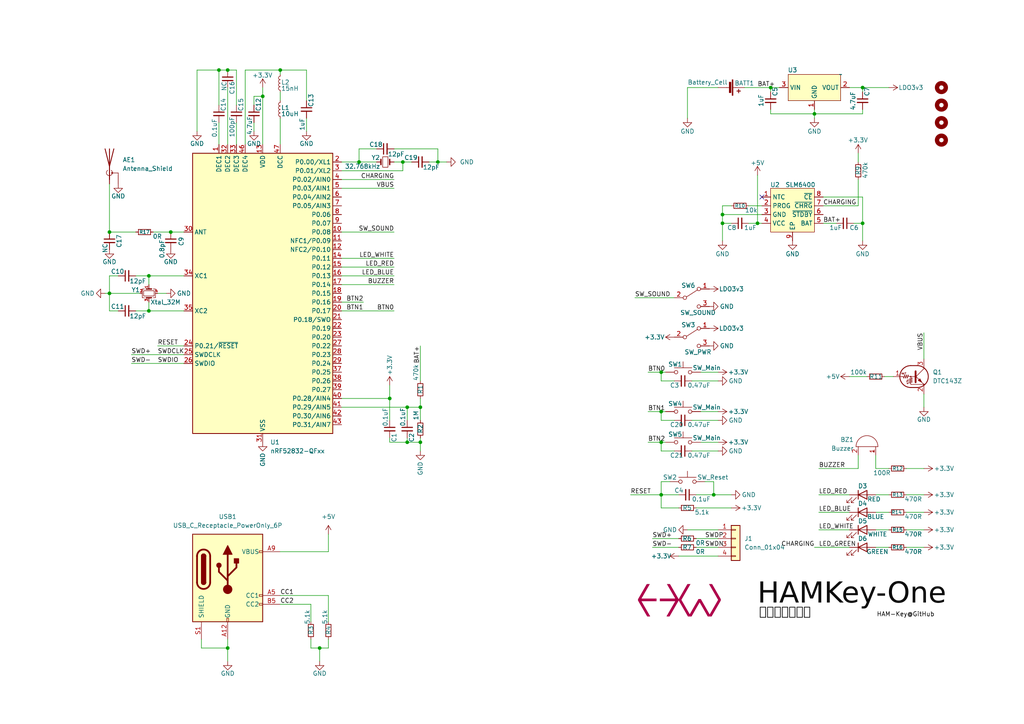
<source format=kicad_sch>
(kicad_sch (version 20231120) (generator "eeschema") (generator_version "8.0")
  (paper "A4")
  (lib_symbols
    (symbol "Connector:USB_C_Receptacle_PowerOnly_6P" (pin_names (offset 1.016))
      (property "Reference" "J" (at 0 16.51 0))
      (property "Value" "USB_C_Receptacle_PowerOnly_6P" (at 0 13.97 0))
      (symbol "USB_C_Receptacle_PowerOnly_6P_1_1"
        (pin passive line (at 0 -17.78 90) (length 5.08) (name "GND") (number "A12"))
        (pin bidirectional line (at 15.24 -5.08 180) (length 5.08) (name "CC1") (number "A5"))
        (pin passive line (at 15.24 7.62 180) (length 5.08) (name "VBUS") (number "A9"))
        (pin passive line (at 0 -17.78 90) (length 5.08) hide (name "GND") (number "B12"))
        (pin bidirectional line (at 15.24 -7.62 180) (length 5.08) (name "CC2") (number "B5"))
        (pin passive line (at 15.24 7.62 180) (length 5.08) hide (name "VBUS") (number "B9"))
        (pin passive line (at -7.62 -17.78 90) (length 5.08) (name "SHIELD") (number "S1"))
      )
    )
    (symbol "Connector_Generic:Conn_01x04" (pin_names (offset 1.016) hide)
      (property "Reference" "J" (at 0 5.08 0))
      (property "Value" "Conn_01x04" (at 0 -7.62 0))
      (symbol "Conn_01x04_1_1"
        (pin passive line (at -5.08 2.54 0) (length 3.81) (name "Pin_1") (number "1"))
        (pin passive line (at -5.08 0 0) (length 3.81) (name "Pin_2") (number "2"))
        (pin passive line (at -5.08 -2.54 0) (length 3.81) (name "Pin_3") (number "3"))
        (pin passive line (at -5.08 -5.08 0) (length 3.81) (name "Pin_4") (number "4"))
      )
    )
    (symbol "Device:Antenna_Shield" (pin_numbers hide) (pin_names (offset 1.016) hide)
      (property "Reference" "AE" (at -1.905 4.445 0))
      (property "Value" "Antenna_Shield" (at -1.905 2.54 0))
      (symbol "Antenna_Shield_1_1"
        (pin input line (at 0 -5.08 90) (length 2.54) (name "A") (number "1"))
        (pin input line (at 2.54 -5.08 90) (length 2.54) (name "Shield") (number "2"))
      )
    )
    (symbol "Device:Battery_Cell" (pin_numbers hide) (pin_names (offset 0) hide)
      (property "Reference" "BT" (at 2.54 2.54 0))
      (property "Value" "Battery_Cell" (at 2.54 0 0))
      (symbol "Battery_Cell_1_1"
        (pin passive line (at 0 5.08 270) (length 2.54) (name "+") (number "1"))
        (pin passive line (at 0 -2.54 90) (length 2.54) (name "-") (number "2"))
      )
    )
    (symbol "Device:Buzzer" (pin_names (offset 0.0254) hide)
      (property "Reference" "BZ" (at 3.81 1.27 0))
      (property "Value" "Buzzer" (at 3.81 -1.27 0))
      (symbol "Buzzer_1_1"
        (pin passive line (at -2.54 2.54 0) (length 2.54) (name "-") (number "1"))
        (pin passive line (at -2.54 -2.54 0) (length 2.54) (name "+") (number "2"))
      )
    )
    (symbol "Device:C_Small" (pin_numbers hide) (pin_names (offset 0.254) hide)
      (property "Reference" "C" (at 0.254 1.778 0))
      (property "Value" "C_Small" (at 0.254 -2.032 0))
      (symbol "C_Small_1_1"
        (pin passive line (at 0 2.54 270) (length 2.032) (name "~") (number "1"))
        (pin passive line (at 0 -2.54 90) (length 2.032) (name "~") (number "2"))
      )
    )
    (symbol "Device:Crystal_GND24_Small" (pin_names (offset 1.016) hide)
      (property "Reference" "Y" (at 1.27 4.445 0))
      (property "Value" "Crystal_GND24_Small" (at 1.27 2.54 0))
      (symbol "Crystal_GND24_Small_1_1"
        (pin passive line (at -2.54 0 0) (length 1.27) (name "1") (number "1"))
        (pin passive line (at 0 -2.54 90) (length 0.635) (name "2") (number "2"))
        (pin passive line (at 2.54 0 180) (length 1.27) (name "3") (number "3"))
        (pin passive line (at 0 2.54 270) (length 0.635) (name "4") (number "4"))
      )
    )
    (symbol "Device:Crystal_Small" (pin_numbers hide) (pin_names (offset 1.016) hide)
      (property "Reference" "Y" (at 0 2.54 0))
      (property "Value" "Crystal_Small" (at 0 -2.54 0))
      (symbol "Crystal_Small_1_1"
        (pin passive line (at -2.54 0 0) (length 1.27) (name "1") (number "1"))
        (pin passive line (at 2.54 0 180) (length 1.27) (name "2") (number "2"))
      )
    )
    (symbol "Device:LED" (pin_numbers hide) (pin_names (offset 1.016) hide)
      (property "Reference" "D" (at 0 2.54 0))
      (property "Value" "LED" (at 0 -2.54 0))
      (symbol "LED_1_1"
        (pin passive line (at -3.81 0 0) (length 2.54) (name "K") (number "1"))
        (pin passive line (at 3.81 0 180) (length 2.54) (name "A") (number "2"))
      )
    )
    (symbol "Device:L_Small" (pin_numbers hide) (pin_names (offset 0.254) hide)
      (property "Reference" "L" (at 0.762 1.016 0))
      (property "Value" "L_Small" (at 0.762 -1.016 0))
      (symbol "L_Small_1_1"
        (pin passive line (at 0 2.54 270) (length 0.508) (name "~") (number "1"))
        (pin passive line (at 0 -2.54 90) (length 0.508) (name "~") (number "2"))
      )
    )
    (symbol "Device:R_Small" (pin_numbers hide) (pin_names (offset 0.254) hide)
      (property "Reference" "R" (at 0.762 0.508 0))
      (property "Value" "R_Small" (at 0.762 -1.016 0))
      (symbol "R_Small_1_1"
        (pin passive line (at 0 2.54 270) (length 0.762) (name "~") (number "1"))
        (pin passive line (at 0 -2.54 90) (length 0.762) (name "~") (number "2"))
      )
    )
    (symbol "MCU_Nordic:nRF52832-QFxx"
      (property "Reference" "U" (at 0 1.27 0))
      (property "Value" "nRF52832-QFxx" (at 0 -1.27 0))
      (symbol "nRF52832-QFxx_1_1"
        (pin passive line (at -12.7 43.18 270) (length 2.54) (name "DEC1") (number "1"))
        (pin bidirectional line (at 22.86 17.78 180) (length 2.54) (name "P0.08") (number "10"))
        (pin bidirectional line (at 22.86 15.24 180) (length 2.54) (name "NFC1/P0.09") (number "11"))
        (pin bidirectional line (at 22.86 12.7 180) (length 2.54) (name "NFC2/P0.10") (number "12"))
        (pin power_in line (at 0 43.18 270) (length 2.54) (name "VDD") (number "13"))
        (pin bidirectional line (at 22.86 10.16 180) (length 2.54) (name "P0.11") (number "14"))
        (pin bidirectional line (at 22.86 7.62 180) (length 2.54) (name "P0.12") (number "15"))
        (pin bidirectional line (at 22.86 5.08 180) (length 2.54) (name "P0.13") (number "16"))
        (pin bidirectional line (at 22.86 2.54 180) (length 2.54) (name "P0.14") (number "17"))
        (pin bidirectional line (at 22.86 0 180) (length 2.54) (name "P0.15") (number "18"))
        (pin bidirectional line (at 22.86 -2.54 180) (length 2.54) (name "P0.16") (number "19"))
        (pin bidirectional line (at 22.86 38.1 180) (length 2.54) (name "P0.00/XL1") (number "2"))
        (pin bidirectional line (at 22.86 -5.08 180) (length 2.54) (name "P0.17") (number "20"))
        (pin bidirectional line (at 22.86 -7.62 180) (length 2.54) (name "P0.18/SWO") (number "21"))
        (pin bidirectional line (at 22.86 -10.16 180) (length 2.54) (name "P0.19") (number "22"))
        (pin bidirectional line (at 22.86 -12.7 180) (length 2.54) (name "P0.20") (number "23"))
        (pin bidirectional line (at -22.86 -15.24 0) (length 2.54) (name "P0.21/~{RESET}") (number "24"))
        (pin input line (at -22.86 -17.78 0) (length 2.54) (name "SWDCLK") (number "25"))
        (pin bidirectional line (at -22.86 -20.32 0) (length 2.54) (name "SWDIO") (number "26"))
        (pin bidirectional line (at 22.86 -15.24 180) (length 2.54) (name "P0.22") (number "27"))
        (pin bidirectional line (at 22.86 -17.78 180) (length 2.54) (name "P0.23") (number "28"))
        (pin bidirectional line (at 22.86 -20.32 180) (length 2.54) (name "P0.24") (number "29"))
        (pin bidirectional line (at 22.86 35.56 180) (length 2.54) (name "P0.01/XL2") (number "3"))
        (pin passive line (at -22.86 17.78 0) (length 2.54) (name "ANT") (number "30"))
        (pin power_in line (at 0 -43.18 90) (length 2.54) (name "VSS") (number "31"))
        (pin passive line (at -10.16 43.18 270) (length 2.54) (name "DEC2") (number "32"))
        (pin passive line (at -7.62 43.18 270) (length 2.54) (name "DEC3") (number "33"))
        (pin input line (at -22.86 5.08 0) (length 2.54) (name "XC1") (number "34"))
        (pin input line (at -22.86 -5.08 0) (length 2.54) (name "XC2") (number "35"))
        (pin passive line (at 0 43.18 270) (length 2.54) hide (name "VDD") (number "36"))
        (pin bidirectional line (at 22.86 -22.86 180) (length 2.54) (name "P0.25") (number "37"))
        (pin bidirectional line (at 22.86 -25.4 180) (length 2.54) (name "P0.26") (number "38"))
        (pin bidirectional line (at 22.86 -27.94 180) (length 2.54) (name "P0.27") (number "39"))
        (pin bidirectional line (at 22.86 33.02 180) (length 2.54) (name "P0.02/AIN0") (number "4"))
        (pin bidirectional line (at 22.86 -30.48 180) (length 2.54) (name "P0.28/AIN4") (number "40"))
        (pin bidirectional line (at 22.86 -33.02 180) (length 2.54) (name "P0.29/AIN5") (number "41"))
        (pin bidirectional line (at 22.86 -35.56 180) (length 2.54) (name "P0.30/AIN6") (number "42"))
        (pin bidirectional line (at 22.86 -38.1 180) (length 2.54) (name "P0.31/AIN7") (number "43"))
        (pin no_connect line (at -20.32 -30.48 0) (length 2.54) hide (name "NC") (number "44"))
        (pin passive line (at 0 -43.18 90) (length 2.54) hide (name "VSS") (number "45"))
        (pin passive line (at -5.08 43.18 270) (length 2.54) (name "DEC4") (number "46"))
        (pin power_out line (at 5.08 43.18 270) (length 2.54) (name "DCC") (number "47"))
        (pin passive line (at 0 43.18 270) (length 2.54) hide (name "VDD") (number "48"))
        (pin passive line (at 0 -43.18 90) (length 2.54) hide (name "VSS") (number "49"))
        (pin bidirectional line (at 22.86 30.48 180) (length 2.54) (name "P0.03/AIN1") (number "5"))
        (pin bidirectional line (at 22.86 27.94 180) (length 2.54) (name "P0.04/AIN2") (number "6"))
        (pin bidirectional line (at 22.86 25.4 180) (length 2.54) (name "P0.05/AIN3") (number "7"))
        (pin bidirectional line (at 22.86 22.86 180) (length 2.54) (name "P0.06") (number "8"))
        (pin bidirectional line (at 22.86 20.32 180) (length 2.54) (name "P0.07") (number "9"))
      )
    )
    (symbol "Mechanical:MountingHole" (pin_names (offset 1.016))
      (property "Reference" "H" (at 0 5.08 0))
      (property "Value" "MountingHole" (at 0 3.175 0))
    )
    (symbol "Switch:SW_Push" (pin_numbers hide) (pin_names (offset 1.016) hide)
      (property "Reference" "SW" (at 1.27 2.54 0))
      (property "Value" "SW_Push" (at 0 -1.524 0))
      (symbol "SW_Push_0_1"
        (pin passive line (at -5.08 0 0) (length 2.54) (name "1") (number "1"))
        (pin passive line (at 5.08 0 180) (length 2.54) (name "2") (number "2"))
      )
    )
    (symbol "Switch:SW_SPDT" (pin_names (offset 0) hide)
      (property "Reference" "SW" (at 0 4.318 0))
      (property "Value" "SW_SPDT" (at 0 -5.08 0))
      (symbol "SW_SPDT_1_1"
        (pin passive line (at 5.08 2.54 180) (length 2.54) (name "A") (number "1"))
        (pin passive line (at -5.08 0 0) (length 2.54) (name "B") (number "2"))
        (pin passive line (at 5.08 -2.54 180) (length 2.54) (name "C") (number "3"))
      )
    )
    (symbol "Transistor_BJT:DTC143Z" (pin_names (offset 0) hide)
      (property "Reference" "Q" (at 5.08 1.905 0))
      (property "Value" "DTC143Z" (at 5.08 0 0))
      (symbol "DTC143Z_0_0"
        (text "47k" (at -2.159 -1.524 900) (effects (font (size 0.508 0.508))))
        (text "4k7" (at -3.302 0.889 0) (effects (font (size 0.508 0.508))))
      )
      (symbol "DTC143Z_1_1"
        (pin input line (at -6.35 0 0) (length 2.54) (name "B") (number "1"))
        (pin passive line (at 2.54 -5.08 90) (length 2.54) (name "E") (number "2"))
        (pin passive line (at 2.54 5.08 270) (length 2.54) (name "C") (number "3"))
      )
    )
    (symbol "nigh_Library:SLM6400"
      (property "Reference" "U" (at 0.508 1.016 0))
      (property "Value" "SLM6400" (at 8.636 1.016 0))
      (symbol "SLM6400_1_1"
        (pin input line (at -2.54 -2.54 0) (length 2.54) (name "NTC") (number "1"))
        (pin input line (at -2.54 -5.08 0) (length 2.54) (name "PROG") (number "2"))
        (pin input line (at -2.54 -7.62 0) (length 2.54) (name "GND") (number "3"))
        (pin input line (at -2.54 -10.16 0) (length 2.54) (name "VCC") (number "4"))
        (pin input line (at 15.24 -10.16 180) (length 2.54) (name "BAT") (number "5"))
        (pin input line (at 15.24 -7.62 180) (length 2.54) (name "~{STDBY}") (number "6"))
        (pin input line (at 15.24 -5.08 180) (length 2.54) (name "~{CHRG}") (number "7"))
        (pin input line (at 15.24 -2.54 180) (length 2.54) (name "~{CE}") (number "8"))
        (pin input line (at 6.35 -15.24 90) (length 2.54) (name "EP") (number "9"))
      )
    )
    (symbol "nigh_Library:WL9100S3"
      (property "Reference" "U" (at 1.27 1.27 0))
      (symbol "WL9100S3_1_1"
        (pin power_out line (at 7.62 -10.16 90) (length 2.54) (name "GND") (number "1"))
        (pin output line (at -2.54 -3.81 0) (length 2.54) (name "VOUT") (number "2"))
        (pin input line (at 17.78 -3.81 180) (length 2.54) (name "VIN") (number "3"))
      )
    )
    (symbol "power:+3.3V" (power) (pin_names (offset 0))
      (property "Value" "+3.3V" (at 0 3.556 0))
      (symbol "+3.3V_1_1"
        (pin power_in line (at 0 0 90) (length 0) hide (name "+3.3V") (number "1"))
      )
    )
    (symbol "power:+5V" (power) (pin_names (offset 0))
      (property "Value" "+5V" (at 0 3.556 0))
      (symbol "+5V_1_1"
        (pin power_in line (at 0 0 90) (length 0) hide (name "+5V") (number "1"))
      )
    )
    (symbol "power:GND" (power) (pin_names (offset 0))
      (property "Value" "GND" (at 0 -3.81 0))
      (symbol "GND_1_1"
        (pin power_in line (at 0 0 270) (length 0) hide (name "GND") (number "1"))
      )
    )
  )
  (junction (at 66.04 20.32))
  (junction (at 49.53 67.31))
  (junction (at 250.19 25.4))
  (junction (at 92.71 187.96))
  (junction (at 66.04 187.96))
  (junction (at 191.77 143.51))
  (junction (at 127 46.99))
  (junction (at 43.18 80.01))
  (junction (at 116.84 46.99))
  (junction (at 223.52 25.4))
  (junction (at 219.71 64.77))
  (junction (at 191.77 128.27))
  (junction (at 209.55 64.77))
  (junction (at 63.5 20.32))
  (junction (at 81.28 20.32))
  (junction (at 121.92 118.11))
  (junction (at 207.01 143.51))
  (junction (at 191.77 119.38))
  (junction (at 43.18 90.17))
  (junction (at 121.92 128.27))
  (junction (at 191.77 107.95))
  (junction (at 31.75 67.31))
  (junction (at 209.55 62.23))
  (junction (at 118.11 118.11))
  (junction (at 76.2 27.94))
  (junction (at 104.14 46.99))
  (junction (at 118.11 128.27))
  (junction (at 236.22 33.02))
  (junction (at 113.03 115.57))
  (junction (at 31.75 85.09))
  (junction (at 250.19 64.77))
  (no_connect (at 220.98 57.15))
  (wire (pts (xy 238.76 64.77) (xy 242.57 64.77)))
  (wire (pts (xy 99.06 74.93) (xy 114.3 74.93)))
  (wire (pts (xy 34.29 90.17) (xy 31.75 90.17)))
  (wire (pts (xy 43.18 90.17) (xy 53.34 90.17)))
  (wire (pts (xy 127 43.18) (xy 127 46.99)))
  (wire (pts (xy 113.03 127) (xy 113.03 128.27)))
  (wire (pts (xy 104.14 46.99) (xy 109.22 46.99)))
  (wire (pts (xy 58.42 187.96) (xy 66.04 187.96)))
  (wire (pts (xy 223.52 33.02) (xy 236.22 33.02)))
  (wire (pts (xy 95.25 160.02) (xy 95.25 154.94)))
  (wire (pts (xy 191.77 139.7) (xy 191.77 143.51)))
  (wire (pts (xy 201.93 156.21) (xy 208.28 156.21)))
  (wire (pts (xy 63.5 20.32) (xy 57.15 20.32)))
  (wire (pts (xy 248.92 44.45) (xy 248.92 46.99)))
  (wire (pts (xy 203.2 119.38) (xy 208.28 119.38)))
  (wire (pts (xy 44.45 67.31) (xy 49.53 67.31)))
  (wire (pts (xy 248.92 132.08) (xy 248.92 135.89)))
  (wire (pts (xy 88.9 34.29) (xy 88.9 38.1)))
  (wire (pts (xy 238.76 57.15) (xy 250.19 57.15)))
  (wire (pts (xy 217.17 64.77) (xy 219.71 64.77)))
  (wire (pts (xy 66.04 185.42) (xy 66.04 187.96)))
  (wire (pts (xy 95.25 172.72) (xy 95.25 180.34)))
  (wire (pts (xy 191.77 121.92) (xy 195.58 121.92)))
  (wire (pts (xy 254 153.67) (xy 257.81 153.67)))
  (wire (pts (xy 209.55 64.77) (xy 212.09 64.77)))
  (wire (pts (xy 57.15 20.32) (xy 57.15 38.1)))
  (wire (pts (xy 113.03 128.27) (xy 118.11 128.27)))
  (wire (pts (xy 118.11 127) (xy 118.11 128.27)))
  (wire (pts (xy 81.28 20.32) (xy 81.28 21.59)))
  (wire (pts (xy 99.06 46.99) (xy 104.14 46.99)))
  (wire (pts (xy 191.77 107.95) (xy 193.04 107.95)))
  (wire (pts (xy 262.89 143.51) (xy 267.97 143.51)))
  (wire (pts (xy 184.15 86.36) (xy 195.58 86.36)))
  (wire (pts (xy 116.84 49.53) (xy 116.84 46.99)))
  (wire (pts (xy 121.92 115.57) (xy 121.92 118.11)))
  (wire (pts (xy 68.58 30.48) (xy 68.58 20.32)))
  (wire (pts (xy 58.42 185.42) (xy 58.42 187.96)))
  (wire (pts (xy 262.89 148.59) (xy 267.97 148.59)))
  (wire (pts (xy 200.66 121.92) (xy 208.28 121.92)))
  (wire (pts (xy 248.92 52.07) (xy 248.92 59.69)))
  (wire (pts (xy 43.18 80.01) (xy 43.18 82.55)))
  (wire (pts (xy 38.1 102.87) (xy 53.34 102.87)))
  (wire (pts (xy 68.58 20.32) (xy 66.04 20.32)))
  (wire (pts (xy 31.75 90.17) (xy 31.75 85.09)))
  (wire (pts (xy 114.3 43.18) (xy 127 43.18)))
  (wire (pts (xy 90.17 187.96) (xy 92.71 187.96)))
  (wire (pts (xy 90.17 185.42) (xy 90.17 187.96)))
  (wire (pts (xy 223.52 25.4) (xy 226.06 25.4)))
  (wire (pts (xy 254 158.75) (xy 257.81 158.75)))
  (wire (pts (xy 118.11 128.27) (xy 121.92 128.27)))
  (wire (pts (xy 209.55 59.69) (xy 209.55 62.23)))
  (wire (pts (xy 267.97 114.3) (xy 267.97 118.11)))
  (wire (pts (xy 109.22 43.18) (xy 104.14 43.18)))
  (wire (pts (xy 95.25 185.42) (xy 95.25 187.96)))
  (wire (pts (xy 127 46.99) (xy 124.46 46.99)))
  (wire (pts (xy 68.58 35.56) (xy 68.58 41.91)))
  (wire (pts (xy 99.06 118.11) (xy 118.11 118.11)))
  (wire (pts (xy 207.01 139.7) (xy 207.01 143.51)))
  (wire (pts (xy 191.77 128.27) (xy 193.04 128.27)))
  (wire (pts (xy 237.49 148.59) (xy 246.38 148.59)))
  (wire (pts (xy 191.77 107.95) (xy 191.77 110.49)))
  (wire (pts (xy 45.72 85.09) (xy 48.26 85.09)))
  (wire (pts (xy 250.19 25.4) (xy 250.19 26.67)))
  (wire (pts (xy 121.92 118.11) (xy 118.11 118.11)))
  (wire (pts (xy 236.22 33.02) (xy 250.19 33.02)))
  (wire (pts (xy 238.76 59.69) (xy 248.92 59.69)))
  (wire (pts (xy 191.77 130.81) (xy 195.58 130.81)))
  (wire (pts (xy 31.75 85.09) (xy 40.64 85.09)))
  (wire (pts (xy 257.81 135.89) (xy 254 135.89)))
  (wire (pts (xy 187.96 128.27) (xy 191.77 128.27)))
  (wire (pts (xy 209.55 64.77) (xy 209.55 69.85)))
  (wire (pts (xy 99.06 82.55) (xy 114.3 82.55)))
  (wire (pts (xy 31.75 53.34) (xy 31.75 67.31)))
  (wire (pts (xy 182.88 143.51) (xy 191.77 143.51)))
  (wire (pts (xy 236.22 31.75) (xy 236.22 33.02)))
  (wire (pts (xy 99.06 52.07) (xy 114.3 52.07)))
  (wire (pts (xy 189.23 158.75) (xy 196.85 158.75)))
  (wire (pts (xy 121.92 118.11) (xy 121.92 121.92)))
  (wire (pts (xy 200.66 130.81) (xy 208.28 130.81)))
  (wire (pts (xy 215.9 25.4) (xy 223.52 25.4)))
  (wire (pts (xy 223.52 31.75) (xy 223.52 33.02)))
  (wire (pts (xy 63.5 35.56) (xy 63.5 41.91)))
  (wire (pts (xy 200.66 110.49) (xy 208.28 110.49)))
  (wire (pts (xy 39.37 90.17) (xy 43.18 90.17)))
  (wire (pts (xy 209.55 62.23) (xy 220.98 62.23)))
  (wire (pts (xy 99.06 49.53) (xy 116.84 49.53)))
  (wire (pts (xy 121.92 127) (xy 121.92 128.27)))
  (wire (pts (xy 191.77 143.51) (xy 191.77 147.32)))
  (wire (pts (xy 127 46.99) (xy 129.54 46.99)))
  (wire (pts (xy 212.09 59.69) (xy 209.55 59.69)))
  (wire (pts (xy 90.17 175.26) (xy 90.17 180.34)))
  (wire (pts (xy 254 148.59) (xy 257.81 148.59)))
  (wire (pts (xy 204.47 139.7) (xy 207.01 139.7)))
  (wire (pts (xy 189.23 156.21) (xy 196.85 156.21)))
  (wire (pts (xy 199.39 25.4) (xy 208.28 25.4)))
  (wire (pts (xy 113.03 115.57) (xy 113.03 121.92)))
  (wire (pts (xy 73.66 27.94) (xy 73.66 30.48)))
  (wire (pts (xy 237.49 153.67) (xy 246.38 153.67)))
  (wire (pts (xy 267.97 96.52) (xy 267.97 104.14)))
  (wire (pts (xy 247.65 64.77) (xy 250.19 64.77)))
  (wire (pts (xy 66.04 25.4) (xy 66.04 41.91)))
  (wire (pts (xy 246.38 25.4) (xy 250.19 25.4)))
  (wire (pts (xy 203.2 128.27) (xy 208.28 128.27)))
  (wire (pts (xy 81.28 160.02) (xy 95.25 160.02)))
  (wire (pts (xy 66.04 187.96) (xy 66.04 191.77)))
  (wire (pts (xy 219.71 50.8) (xy 219.71 64.77)))
  (wire (pts (xy 99.06 90.17) (xy 114.3 90.17)))
  (wire (pts (xy 201.93 143.51) (xy 207.01 143.51)))
  (wire (pts (xy 191.77 143.51) (xy 196.85 143.51)))
  (wire (pts (xy 88.9 20.32) (xy 88.9 29.21)))
  (wire (pts (xy 250.19 64.77) (xy 250.19 69.85)))
  (wire (pts (xy 237.49 143.51) (xy 246.38 143.51)))
  (wire (pts (xy 191.77 119.38) (xy 193.04 119.38)))
  (wire (pts (xy 250.19 33.02) (xy 250.19 31.75)))
  (wire (pts (xy 71.12 20.32) (xy 81.28 20.32)))
  (wire (pts (xy 81.28 175.26) (xy 90.17 175.26)))
  (wire (pts (xy 49.53 67.31) (xy 53.34 67.31)))
  (wire (pts (xy 81.28 20.32) (xy 88.9 20.32)))
  (wire (pts (xy 199.39 153.67) (xy 208.28 153.67)))
  (wire (pts (xy 43.18 87.63) (xy 43.18 90.17)))
  (wire (pts (xy 209.55 62.23) (xy 209.55 64.77)))
  (wire (pts (xy 217.17 59.69) (xy 220.98 59.69)))
  (wire (pts (xy 203.2 107.95) (xy 208.28 107.95)))
  (wire (pts (xy 95.25 187.96) (xy 92.71 187.96)))
  (wire (pts (xy 99.06 115.57) (xy 113.03 115.57)))
  (wire (pts (xy 73.66 27.94) (xy 76.2 27.94)))
  (wire (pts (xy 256.54 109.22) (xy 259.08 109.22)))
  (wire (pts (xy 191.77 119.38) (xy 191.77 121.92)))
  (wire (pts (xy 81.28 26.67) (xy 81.28 29.21)))
  (wire (pts (xy 191.77 110.49) (xy 195.58 110.49)))
  (wire (pts (xy 81.28 172.72) (xy 95.25 172.72)))
  (wire (pts (xy 207.01 143.51) (xy 212.09 143.51)))
  (wire (pts (xy 76.2 27.94) (xy 76.2 41.91)))
  (wire (pts (xy 63.5 30.48) (xy 63.5 20.32)))
  (wire (pts (xy 53.34 80.01) (xy 43.18 80.01)))
  (wire (pts (xy 99.06 87.63) (xy 105.41 87.63)))
  (wire (pts (xy 187.96 107.95) (xy 191.77 107.95)))
  (wire (pts (xy 73.66 35.56) (xy 73.66 38.1)))
  (wire (pts (xy 194.31 139.7) (xy 191.77 139.7)))
  (wire (pts (xy 250.19 25.4) (xy 257.81 25.4)))
  (wire (pts (xy 250.19 57.15) (xy 250.19 64.77)))
  (wire (pts (xy 71.12 41.91) (xy 71.12 20.32)))
  (wire (pts (xy 45.72 100.33) (xy 53.34 100.33)))
  (wire (pts (xy 92.71 187.96) (xy 92.71 191.77)))
  (wire (pts (xy 118.11 118.11) (xy 118.11 121.92)))
  (wire (pts (xy 246.38 109.22) (xy 251.46 109.22)))
  (wire (pts (xy 262.89 153.67) (xy 267.97 153.67)))
  (wire (pts (xy 116.84 46.99) (xy 119.38 46.99)))
  (wire (pts (xy 191.77 128.27) (xy 191.77 130.81)))
  (wire (pts (xy 223.52 25.4) (xy 223.52 26.67)))
  (wire (pts (xy 99.06 80.01) (xy 114.3 80.01)))
  (wire (pts (xy 201.93 147.32) (xy 212.09 147.32)))
  (wire (pts (xy 76.2 25.4) (xy 76.2 27.94)))
  (wire (pts (xy 34.29 80.01) (xy 31.75 80.01)))
  (wire (pts (xy 99.06 54.61) (xy 114.3 54.61)))
  (wire (pts (xy 199.39 25.4) (xy 199.39 34.29)))
  (wire (pts (xy 31.75 80.01) (xy 31.75 85.09)))
  (wire (pts (xy 99.06 67.31) (xy 114.3 67.31)))
  (wire (pts (xy 187.96 119.38) (xy 191.77 119.38)))
  (wire (pts (xy 236.22 158.75) (xy 246.38 158.75)))
  (wire (pts (xy 113.03 111.76) (xy 113.03 115.57)))
  (wire (pts (xy 38.1 105.41) (xy 53.34 105.41)))
  (wire (pts (xy 99.06 77.47) (xy 114.3 77.47)))
  (wire (pts (xy 201.93 158.75) (xy 208.28 158.75)))
  (wire (pts (xy 267.97 135.89) (xy 262.89 135.89)))
  (wire (pts (xy 116.84 46.99) (xy 114.3 46.99)))
  (wire (pts (xy 219.71 64.77) (xy 220.98 64.77)))
  (wire (pts (xy 254 135.89) (xy 254 132.08)))
  (wire (pts (xy 254 143.51) (xy 257.81 143.51)))
  (wire (pts (xy 196.85 161.29) (xy 208.28 161.29)))
  (wire (pts (xy 31.75 67.31) (xy 39.37 67.31)))
  (wire (pts (xy 121.92 100.33) (xy 121.92 110.49)))
  (wire (pts (xy 262.89 158.75) (xy 267.97 158.75)))
  (wire (pts (xy 121.92 128.27) (xy 121.92 130.81)))
  (wire (pts (xy 236.22 33.02) (xy 236.22 34.29)))
  (wire (pts (xy 191.77 147.32) (xy 196.85 147.32)))
  (wire (pts (xy 104.14 43.18) (xy 104.14 46.99)))
  (wire (pts (xy 81.28 34.29) (xy 81.28 41.91)))
  (wire (pts (xy 66.04 20.32) (xy 63.5 20.32)))
  (wire (pts (xy 39.37 80.01) (xy 43.18 80.01)))
  (wire (pts (xy 30.48 85.09) (xy 31.75 85.09)))
  (wire (pts (xy 248.92 135.89) (xy 237.49 135.89)))
  (image (at 196.85 173.99) (scale 0.759448))
  (text "蓝牙摩斯码键盘" (at 220.218 179.832 0) (effects (font (size 2.54 2.54)) (justify left bottom)))
  (text "HAM-Key@GitHub" (at 254.254 179.07 0) (effects (font (size 1.27 1.27)) (justify left bottom)))
  (text "HAMKey-One" (at 219.71 177.546 0) (effects (font (size 6 6)) (justify left bottom)))
  (label "LED_RED" (at 237.49 143.51 0))
  (label "SWDN" (at 204.47 158.75 0))
  (label "CHARGING" (at 238.76 59.69 0))
  (label "BTN2" (at 105.41 87.63 180))
  (label "VBUS" (at 267.97 96.52 270))
  (label "CHARGING" (at 114.3 52.07 180))
  (label "SWDCLK" (at 45.72 102.87 0))
  (label "BTN2" (at 187.96 128.27 0))
  (label "BTN1" (at 105.41 90.17 180))
  (label "SWD+" (at 38.1 102.87 0))
  (label "VBUS" (at 114.3 54.61 180))
  (label "BTN0" (at 114.3 90.17 180))
  (label "BTN0" (at 187.96 107.95 0))
  (label "BAT+" (at 121.92 105.41 90))
  (label "CC2" (at 81.28 175.26 0))
  (label "SW_SOUND" (at 184.15 86.36 0))
  (label "LED_GREEN" (at 237.49 158.75 0))
  (label "RESET" (at 182.88 143.51 0))
  (label "BTN1" (at 187.96 119.38 0))
  (label "CHARGING" (at 236.22 158.75 180))
  (label "SWD-" (at 38.1 105.41 0))
  (label "BUZZER" (at 114.3 82.55 180))
  (label "SWD+" (at 189.23 156.21 0))
  (label "LED_BLUE" (at 114.3 80.01 180))
  (label "BUZZER" (at 237.49 135.89 0))
  (label "BAT+" (at 219.71 25.4 0))
  (label "BAT+" (at 238.76 64.77 0))
  (label "SWD-" (at 189.23 158.75 0))
  (label "LED_WHITE" (at 114.3 74.93 180))
  (label "LED_WHITE" (at 237.49 153.67 0))
  (label "RESET" (at 45.72 100.33 0))
  (label "CC1" (at 81.28 172.72 0))
  (label "LED_RED" (at 114.3 77.47 180))
  (label "SWDP" (at 204.47 156.21 0))
  (label "SW_SOUND" (at 114.3 67.31 180))
  (label "SWDIO" (at 45.72 105.41 0))
  (label "LED_BLUE" (at 237.49 148.59 0))
  (symbol (lib_id "power:GND") (at 34.29 53.34 0) (unit 1)
    (property "Reference" "#PWR043" (effects (hide yes)))
    (property "Value" "GND" (at 34.29 56.896 0))
  )
  (symbol (lib_id "power:GND") (at 49.53 72.39 0) (unit 1)
    (property "Reference" "#PWR030" (effects (hide yes)))
    (property "Value" "GND" (at 49.53 75.946 0))
  )
  (symbol (lib_id "power:+3.3V") (at 267.97 153.67 270) (unit 1)
    (property "Reference" "#PWR028" (effects (hide yes)))
    (property "Value" "+3.3V" (at 273.812 153.67 90))
  )
  (symbol (lib_id "power:+5V") (at 219.71 50.8 0) (unit 1)
    (property "Reference" "#PWR022" (effects (hide yes)))
    (property "Value" "+5V" (at 219.71 47.244 0))
  )
  (symbol (lib_id "power:GND") (at 236.22 34.29 0) (unit 1)
    (property "Reference" "#PWR018" (effects (hide yes)))
    (property "Value" "GND" (at 236.22 38.1 0))
  )
  (symbol (lib_id "Device:LED") (at 250.19 143.51 0) (unit 1)
    (property "Reference" "D3" (at 250.19 140.97 0))
    (property "Value" "RED" (at 253.492 144.78 0))
    (property "Footprint" "LED_SMD:LED_0402_1005Metric_Pad0.77x0.64mm_HandSolder" (effects (hide yes)))
  )
  (symbol (lib_id "power:+3.3V") (at 267.97 148.59 270) (unit 1)
    (property "Reference" "#PWR027" (effects (hide yes)))
    (property "Value" "+3.3V" (at 273.812 148.59 90))
  )
  (symbol (lib_id "Device:R_Small") (at 121.92 124.46 0) (mirror y) (unit 1)
    (property "Reference" "R2" (at 121.92 125.73 90) (effects (justify left)))
    (property "Value" "1M" (at 120.65 121.92 90) (effects (justify left)))
    (property "Footprint" "Resistor_SMD:R_0402_1005Metric" (effects (hide yes)))
  )
  (symbol (lib_id "power:+3.3V") (at 205.74 83.82 270) (unit 1)
    (property "Reference" "#PWR017" (effects (hide yes)))
    (property "Value" "LDO3v3" (at 208.534 83.82 90) (effects (justify left)))
  )
  (symbol (lib_id "power:GND") (at 76.2 128.27 0) (unit 1)
    (property "Reference" "#PWR01" (effects (hide yes)))
    (property "Value" "GND" (at 76.2 133.35 90))
  )
  (symbol (lib_id "Switch:SW_Push") (at 198.12 107.95 0) (unit 1)
    (property "Reference" "SW1" (at 195.834 105.664 0))
    (property "Value" "SW_Main" (at 204.978 106.68 0))
    (property "Footprint" "xianii:KEY-1511" (effects (hide yes)))
  )
  (symbol (lib_id "Device:R_Small") (at 90.17 182.88 0) (unit 1)
    (property "Reference" "R3" (at 90.17 184.15 90) (effects (justify left)))
    (property "Value" "5.1k" (at 89.154 181.102 90) (effects (justify left)))
    (property "Footprint" "Resistor_SMD:R_0402_1005Metric" (effects (hide yes)))
  )
  (symbol (lib_id "Device:LED") (at 250.19 158.75 0) (unit 1)
    (property "Reference" "D6" (at 250.19 156.21 0))
    (property "Value" "GREEN" (at 254.508 160.02 0))
    (property "Footprint" "LED_SMD:LED_0402_1005Metric_Pad0.77x0.64mm_HandSolder" (effects (hide yes)))
  )
  (symbol (lib_id "Device:C_Small") (at 111.76 43.18 90) (unit 1)
    (property "Reference" "C18" (at 110.998 41.91 90) (effects (justify left)))
    (property "Value" "12pF" (at 117.348 44.704 90) (effects (justify left)))
    (property "Footprint" "Capacitor_SMD:C_0402_1005Metric" (effects (hide yes)))
  )
  (symbol (lib_id "power:GND") (at 129.54 46.99 90) (unit 1)
    (property "Reference" "#PWR038" (effects (hide yes)))
    (property "Value" "GND" (at 133.35 46.9899 90) (effects (justify right)))
  )
  (symbol (lib_id "power:GND") (at 66.04 191.77 0) (unit 1)
    (property "Reference" "#PWR04" (effects (hide yes)))
    (property "Value" "GND" (at 66.04 195.326 0))
  )
  (symbol (lib_id "Switch:SW_Push") (at 198.12 128.27 0) (unit 1) (on_board no)
    (property "Reference" "SW5" (at 195.834 125.984 0))
    (property "Value" "SW_Main" (at 204.978 127 0))
    (property "Footprint" "xianii:KEY-1511" (effects (hide yes)))
  )
  (symbol (lib_id "power:GND") (at 229.87 69.85 0) (unit 1)
    (property "Reference" "#PWR046" (effects (hide yes)))
    (property "Value" "GND" (at 229.87 73.66 0))
  )
  (symbol (lib_id "power:+3.3V") (at 113.03 111.76 0) (mirror y) (unit 1)
    (property "Reference" "#PWR02" (effects (hide yes)))
    (property "Value" "+3.3V" (at 113.03 105.918 90))
  )
  (symbol (lib_id "power:GND") (at 212.09 143.51 90) (unit 1)
    (property "Reference" "#PWR015" (effects (hide yes)))
    (property "Value" "GND" (at 217.17 143.51 90))
  )
  (symbol (lib_id "Device:C_Small") (at 198.12 110.49 270) (unit 1)
    (property "Reference" "C3" (at 194.31 111.76 90) (effects (justify left)))
    (property "Value" "0.47uF" (at 199.39 111.76 90) (effects (justify left)))
    (property "Footprint" "Capacitor_SMD:C_0402_1005Metric" (effects (hide yes)))
  )
  (symbol (lib_id "power:+3.3V") (at 208.28 119.38 270) (unit 1)
    (property "Reference" "#PWR09" (effects (hide yes)))
    (property "Value" "+3.3V" (at 214.122 119.38 90))
  )
  (symbol (lib_id "power:+3.3V") (at 76.2 25.4 0) (unit 1)
    (property "Reference" "#PWR033" (effects (hide yes)))
    (property "Value" "+3.3V" (at 73.152 21.844 0) (effects (justify left)))
  )
  (symbol (lib_id "Switch:SW_Push") (at 198.12 119.38 0) (unit 1) (on_board no)
    (property "Reference" "SW4" (at 195.834 117.094 0))
    (property "Value" "SW_Main" (at 204.978 118.11 0))
    (property "Footprint" "xianii:KEY-1511" (effects (hide yes)))
  )
  (symbol (lib_id "power:GND") (at 208.28 121.92 90) (unit 1)
    (property "Reference" "#PWR040" (effects (hide yes)))
    (property "Value" "GND" (at 213.36 121.92 90))
  )
  (symbol (lib_id "power:+3.3V") (at 257.81 25.4 270) (unit 1)
    (property "Reference" "#PWR021" (effects (hide yes)))
    (property "Value" "LDO3v3" (at 260.604 25.4 90) (effects (justify left)))
  )
  (symbol (lib_id "power:+3.3V") (at 267.97 158.75 270) (unit 1)
    (property "Reference" "#PWR029" (effects (hide yes)))
    (property "Value" "+3.3V" (at 273.812 158.75 90))
  )
  (symbol (lib_id "Device:C_Small") (at 88.9 31.75 0) (unit 1)
    (property "Reference" "C13" (at 90.1914 31.0483 90) (effects (justify left)))
    (property "Value" "1uF" (at 87.6514 37.9063 90) (effects (justify left)))
    (property "Footprint" "Capacitor_SMD:C_0402_1005Metric" (effects (hide yes)))
  )
  (symbol (lib_id "Device:R_Small") (at 199.39 156.21 90) (unit 1) (in_bom no)
    (property "Reference" "R6" (at 200.66 156.21 90) (effects (justify left)))
    (property "Value" "0R" (at 204.47 157.48 90) (effects (justify left)))
    (property "Footprint" "Resistor_SMD:R_0402_1005Metric" (effects (hide yes)))
  )
  (symbol (lib_id "Device:C_Small") (at 198.12 130.81 270) (unit 1) (on_board no)
    (property "Reference" "C21" (at 194.31 132.08 90) (effects (justify left)))
    (property "Value" "0.47uF" (at 199.39 132.08 90) (effects (justify left)))
    (property "Footprint" "Capacitor_SMD:C_0402_1005Metric_Pad0.74x0.62mm_HandSolder" (effects (hide yes)))
  )
  (symbol (lib_id "Device:R_Small") (at 199.39 147.32 90) (unit 1)
    (property "Reference" "R5" (at 200.66 147.32 90) (effects (justify left)))
    (property "Value" "5.1k" (at 205.74 148.59 90) (effects (justify left)))
    (property "Footprint" "Resistor_SMD:R_0402_1005Metric" (effects (hide yes)))
  )
  (symbol (lib_id "Device:R_Small") (at 248.92 49.53 0) (unit 1)
    (property "Reference" "R9" (at 248.92 50.8 90) (effects (justify left)))
    (property "Value" "470k" (at 250.952 51.816 90) (effects (justify left)))
    (property "Footprint" "Resistor_SMD:R_0402_1005Metric" (effects (hide yes)))
  )
  (symbol (lib_id "Device:R_Small") (at 260.35 135.89 270) (mirror x) (unit 1)
    (property "Reference" "R12" (at 258.826 135.89 90) (effects (font (size 1 1)) (justify left)))
    (property "Value" "100R" (at 253.238 137.16 90) (effects (justify left)))
    (property "Footprint" "Resistor_SMD:R_0402_1005Metric" (effects (hide yes)))
  )
  (symbol (lib_id "Mechanical:MountingHole") (at 273.05 35.56 180) (unit 1)
    (property "Reference" "H3" (effects (hide yes)))
    (property "Value" "M3.5" (effects (hide yes)))
    (property "Footprint" "MountingHole:MountingHole_3.5mm_Pad_Via" (effects (hide yes)))
  )
  (symbol (lib_id "power:+3.3V") (at 212.09 147.32 270) (unit 1)
    (property "Reference" "#PWR016" (effects (hide yes)))
    (property "Value" "+3.3V" (at 217.932 147.32 90))
  )
  (symbol (lib_id "Device:LED") (at 250.19 153.67 0) (unit 1)
    (property "Reference" "D5" (at 250.19 151.13 0))
    (property "Value" "WHITE" (at 254.508 154.94 0))
    (property "Footprint" "LED_SMD:LED_0402_1005Metric_Pad0.77x0.64mm_HandSolder" (effects (hide yes)))
  )
  (symbol (lib_id "power:GND") (at 73.66 38.1 0) (unit 1)
    (property "Reference" "#PWR035" (effects (hide yes)))
    (property "Value" "GND" (at 73.66 41.656 0))
  )
  (symbol (lib_id "Device:R_Small") (at 254 109.22 90) (unit 1)
    (property "Reference" "R11" (at 256.032 109.22 90) (effects (justify left)))
    (property "Value" "100k" (at 251.46 107.95 90) (effects (justify left)))
    (property "Footprint" "Resistor_SMD:R_0402_1005Metric" (effects (hide yes)))
  )
  (symbol (lib_id "power:GND") (at 208.28 110.49 90) (unit 1)
    (property "Reference" "#PWR014" (effects (hide yes)))
    (property "Value" "GND" (at 213.36 110.49 90))
  )
  (symbol (lib_id "Mechanical:MountingHole") (at 273.05 30.48 180) (unit 1)
    (property "Reference" "H2" (effects (hide yes)))
    (property "Value" "M3.5" (effects (hide yes)))
    (property "Footprint" "MountingHole:MountingHole_3.5mm_Pad_Via" (effects (hide yes)))
  )
  (symbol (lib_id "Switch:SW_SPDT") (at 200.66 86.36 0) (unit 1)
    (property "Reference" "SW6" (at 199.644 82.804 0))
    (property "Value" "SW_SOUND" (at 202.438 90.678 0))
    (property "Footprint" "xianii:SK-3296S-01-L1" (effects (hide yes)))
  )
  (symbol (lib_id "power:+3.3V") (at 208.28 128.27 270) (unit 1)
    (property "Reference" "#PWR041" (effects (hide yes)))
    (property "Value" "+3.3V" (at 214.122 128.27 90))
  )
  (symbol (lib_id "power:+3.3V") (at 248.92 44.45 0) (unit 1)
    (property "Reference" "#PWR039" (effects (hide yes)))
    (property "Value" "+3.3V" (at 245.872 40.64 0) (effects (justify left)))
  )
  (symbol (lib_id "Device:Crystal_GND24_Small") (at 43.18 85.09 270) (unit 1)
    (property "Reference" "Y1" (at 39.37 84.074 90))
    (property "Value" "Xtal_32M" (at 48.006 87.63 90))
    (property "Footprint" "PCM_Crystal_AKL:Crystal_SMD_2016-4Pin_2.0x1.6mm" (effects (hide yes)))
    (property "Description" "Four pin crystal, GND on pins 2 and 4, small symbol" (effects (hide yes)))
  )
  (symbol (lib_id "power:+3.3V") (at 205.74 95.25 270) (unit 1)
    (property "Reference" "#PWR045" (effects (hide yes)))
    (property "Value" "LDO3v3" (at 208.534 95.25 90) (effects (justify left)))
  )
  (symbol (lib_id "Device:R_Small") (at 260.35 143.51 90) (unit 1)
    (property "Reference" "R13" (at 261.874 143.51 90) (effects (font (size 1 1)) (justify left)))
    (property "Value" "470R" (at 267.462 144.78 90) (effects (justify left)))
    (property "Footprint" "Resistor_SMD:R_0402_1005Metric" (effects (hide yes)))
  )
  (symbol (lib_id "Device:C_Small") (at 49.53 69.85 0) (unit 1)
    (property "Reference" "C9" (at 52.578 71.374 90) (effects (justify left)))
    (property "Value" "0.8pF" (at 46.99 74.93 90) (effects (justify left)))
    (property "Footprint" "Capacitor_SMD:C_0402_1005Metric" (effects (hide yes)))
  )
  (symbol (lib_id "power:GND") (at 199.39 34.29 0) (unit 1)
    (property "Reference" "#PWR07" (effects (hide yes)))
    (property "Value" "GND" (at 199.39 38.1 0))
  )
  (symbol (lib_id "power:+5V") (at 246.38 109.22 90) (unit 1)
    (property "Reference" "#PWR019" (effects (hide yes)))
    (property "Value" "+5V" (at 243.586 109.22 90) (effects (justify left)))
  )
  (symbol (lib_id "power:+5V") (at 95.25 154.94 0) (unit 1)
    (property "Reference" "#PWR06" (effects (hide yes)))
    (property "Value" "+5V" (at 95.25 149.86 0))
  )
  (symbol (lib_id "Switch:SW_SPDT") (at 200.66 97.79 0) (unit 1)
    (property "Reference" "SW3" (at 199.644 94.234 0))
    (property "Value" "SW_PWR" (at 202.438 102.108 0))
    (property "Footprint" "nigh_Library:SS12D06G5" (effects (hide yes)))
  )
  (symbol (lib_id "Device:C_Small") (at 73.66 33.02 0) (unit 1)
    (property "Reference" "C12" (at 74.9514 32.3183 90) (effects (justify left)))
    (property "Value" "4.7uF" (at 72.4114 39.1763 90) (effects (justify left)))
    (property "Footprint" "Capacitor_SMD:C_0402_1005Metric" (effects (hide yes)))
  )
  (symbol (lib_id "Device:C_Small") (at 31.75 69.85 0) (unit 1)
    (property "Reference" "C17" (at 34.544 71.882 90) (effects (justify left)))
    (property "Value" "NC" (at 30.48 73.406 90) (effects (justify left)))
    (property "Footprint" "Capacitor_SMD:C_0402_1005Metric" (effects (hide yes)))
  )
  (symbol (lib_id "power:+3.3V") (at 196.85 161.29 90) (unit 1)
    (property "Reference" "#PWR08" (effects (hide yes)))
    (property "Value" "+3.3V" (at 191.77 161.29 90))
  )
  (symbol (lib_id "power:GND") (at 267.97 118.11 0) (unit 1)
    (property "Reference" "#PWR025" (effects (hide yes)))
    (property "Value" "GND" (at 267.97 121.666 0))
  )
  (symbol (lib_id "Device:R_Small") (at 260.35 148.59 90) (unit 1)
    (property "Reference" "R14" (at 261.62 148.59 90) (effects (font (size 1 1)) (justify left)))
    (property "Value" "470R" (at 267.462 149.86 90) (effects (justify left)))
    (property "Footprint" "Resistor_SMD:R_0402_1005Metric" (effects (hide yes)))
  )
  (symbol (lib_id "Device:C_Small") (at 198.12 121.92 270) (unit 1) (on_board no)
    (property "Reference" "C20" (at 194.31 123.19 90) (effects (justify left)))
    (property "Value" "0.47uF" (at 199.39 123.19 90) (effects (justify left)))
    (property "Footprint" "Capacitor_SMD:C_0402_1005Metric_Pad0.74x0.62mm_HandSolder" (effects (hide yes)))
  )
  (symbol (lib_id "power:GND") (at 92.71 191.77 0) (unit 1)
    (property "Reference" "#PWR05" (effects (hide yes)))
    (property "Value" "GND" (at 92.71 195.326 0))
  )
  (symbol (lib_id "Device:C_Small") (at 36.83 90.17 90) (unit 1)
    (property "Reference" "C11" (at 36.068 88.9 90) (effects (justify left)))
    (property "Value" "12pF" (at 42.418 91.694 90) (effects (justify left)))
    (property "Footprint" "Capacitor_SMD:C_0402_1005Metric" (effects (hide yes)))
  )
  (symbol (lib_id "Device:C_Small") (at 199.39 143.51 270) (unit 1)
    (property "Reference" "C4" (at 195.58 142.24 90) (effects (justify left)))
    (property "Value" "0.1uF" (at 200.66 144.78 90) (effects (justify left)))
    (property "Footprint" "Capacitor_SMD:C_0402_1005Metric" (effects (hide yes)))
  )
  (symbol (lib_id "Device:C_Small") (at 118.11 124.46 0) (mirror y) (unit 1)
    (property "Reference" "C2" (at 119.38 128.27 90) (effects (justify left)))
    (property "Value" "0.1uF" (at 116.84 123.698 90) (effects (justify left)))
    (property "Footprint" "Capacitor_SMD:C_0402_1005Metric" (effects (hide yes)))
  )
  (symbol (lib_id "power:+3.3V") (at 267.97 143.51 270) (unit 1)
    (property "Reference" "#PWR026" (effects (hide yes)))
    (property "Value" "+3.3V" (at 273.812 143.51 90))
  )
  (symbol (lib_id "power:GND") (at 30.48 85.09 270) (unit 1)
    (property "Reference" "#PWR032" (effects (hide yes)))
    (property "Value" "GND" (at 25.4 85.09 90))
  )
  (symbol (lib_id "Device:C_Small") (at 223.52 29.21 0) (unit 1)
    (property "Reference" "C5" (at 224.79 27.94 90) (effects (justify left)))
    (property "Value" "1uF" (at 220.726 30.988 90) (effects (justify left)))
    (property "Footprint" "Capacitor_SMD:C_0402_1005Metric" (effects (hide yes)))
  )
  (symbol (lib_id "power:GND") (at 88.9 38.1 0) (unit 1)
    (property "Reference" "#PWR034" (effects (hide yes)))
    (property "Value" "GND" (at 88.9 41.656 0))
  )
  (symbol (lib_id "Device:R_Small") (at 121.92 113.03 0) (mirror y) (unit 1)
    (property "Reference" "R1" (at 121.92 114.3 90) (effects (justify left)))
    (property "Value" "470k" (at 120.65 110.49 90) (effects (justify left)))
    (property "Footprint" "Resistor_SMD:R_0402_1005Metric" (effects (hide yes)))
  )
  (symbol (lib_id "Connector_Generic:Conn_01x04") (at 213.36 156.21 0) (unit 1)
    (property "Reference" "J1" (at 215.9 156.2099 0) (effects (justify left)))
    (property "Value" "Conn_01x04" (at 215.9 158.7499 0) (effects (justify left)))
    (property "Footprint" "Connector_PinHeader_2.54mm:PinHeader_1x04_P2.54mm_Vertical" (effects (hide yes)))
  )
  (symbol (lib_id "power:+3.3V") (at 195.58 97.79 90) (unit 1)
    (property "Reference" "#PWR044" (effects (hide yes)))
    (property "Value" "+3.3V" (at 192.786 97.79 90) (effects (justify left)))
  )
  (symbol (lib_id "Mechanical:MountingHole") (at 273.05 40.64 180) (unit 1)
    (property "Reference" "H4" (effects (hide yes)))
    (property "Value" "M3.5" (effects (hide yes)))
    (property "Footprint" "MountingHole:MountingHole_3.5mm_Pad_Via" (effects (hide yes)))
  )
  (symbol (lib_id "power:GND") (at 31.75 72.39 0) (unit 1)
    (property "Reference" "#PWR037" (effects (hide yes)))
    (property "Value" "GND" (at 31.75 75.946 0))
  )
  (symbol (lib_id "MCU_Nordic:nRF52832-QFxx") (at 76.2 85.09 0) (unit 1)
    (property "Reference" "U1" (at 78.3941 128.27 0) (effects (justify left)))
    (property "Value" "nRF52832-QFxx" (at 78.3941 130.81 0) (effects (justify left)))
    (property "Footprint" "Package_DFN_QFN:QFN-48-1EP_6x6mm_P0.4mm_EP4.6x4.6mm" (effects (hide yes)))
    (property "Datasheet" "http://infocenter.nordicsemi.com/pdf/nRF52832_PS_v1.4.pdf" (effects (hide yes)))
    (property "Description" "Multiprotocol BLE/2.4GHz Cortex-M4 SoC, QFN-48" (effects (hide yes)))
  )
  (symbol (lib_id "Device:C_Small") (at 63.5 33.02 0) (unit 1)
    (property "Reference" "C14" (at 64.7914 32.3183 90) (effects (justify left)))
    (property "Value" "0.1uF" (at 62.23 39.878 90) (effects (justify left)))
    (property "Footprint" "Capacitor_SMD:C_0402_1005Metric" (effects (hide yes)))
  )
  (symbol (lib_id "Device:L_Small") (at 81.28 31.75 180) (unit 1)
    (property "Reference" "L1" (at 81.534 31.242 0) (effects (justify right)))
    (property "Value" "10uH" (at 81.534 33.02 0) (effects (justify right)))
    (property "Footprint" "Inductor_SMD:L_0603_1608Metric" (effects (hide yes)))
    (property "Description" "Inductor, small symbol" (effects (hide yes)))
  )
  (symbol (lib_id "Device:C_Small") (at 214.63 64.77 90) (unit 1)
    (property "Reference" "C8" (at 213.614 66.04 90) (effects (justify left)))
    (property "Value" "1uF" (at 219.456 66.04 90) (effects (justify left)))
    (property "Footprint" "Capacitor_SMD:C_0402_1005Metric" (effects (hide yes)))
  )
  (symbol (lib_id "Device:Battery_Cell") (at 210.82 25.4 270) (unit 1)
    (property "Reference" "BATT1" (at 215.9 24.13 90))
    (property "Value" "Battery_Cell" (at 205.232 23.876 90))
    (property "Footprint" "xianii:BATT-501240" (effects (hide yes)))
  )
  (symbol (lib_id "power:GND") (at 57.15 38.1 0) (unit 1)
    (property "Reference" "#PWR036" (effects (hide yes)))
    (property "Value" "GND" (at 57.15 41.656 0))
  )
  (symbol (lib_id "Device:C_Small") (at 66.04 22.86 0) (unit 1)
    (property "Reference" "C16" (at 67.31 27.432 90) (effects (justify left)))
    (property "Value" "NC" (at 65.024 26.416 90) (effects (justify left)))
    (property "Footprint" "Capacitor_SMD:C_0402_1005Metric" (effects (hide yes)))
  )
  (symbol (lib_id "Device:Buzzer") (at 251.46 129.54 270) (mirror x) (unit 1)
    (property "Reference" "BZ1" (at 247.65 127.5148 90) (effects (justify right)))
    (property "Value" "Buzzer" (at 247.65 130.0548 90) (effects (justify right)))
    (property "Footprint" "xianii:BUZZ-9032" (effects (hide yes)))
  )
  (symbol (lib_id "nigh_Library:SLM6400") (at 223.52 54.61 0) (unit 1)
    (property "Reference" "U2" (at 224.79 53.594 0))
    (property "Value" "SLM6400" (at 232.156 53.594 0))
    (property "Footprint" "Package_DFN_QFN:DFN-8-1EP_3x3mm_P0.65mm_EP1.55x2.4mm" (effects (hide yes)))
  )
  (symbol (lib_id "power:GND") (at 199.39 153.67 270) (unit 1)
    (property "Reference" "#PWR010" (effects (hide yes)))
    (property "Value" "GND" (at 194.31 153.67 90))
  )
  (symbol (lib_id "power:GND") (at 121.92 130.81 0) (mirror y) (unit 1)
    (property "Reference" "#PWR03" (effects (hide yes)))
    (property "Value" "GND" (at 121.92 135.89 90))
  )
  (symbol (lib_id "Device:R_Small") (at 214.63 59.69 90) (unit 1)
    (property "Reference" "R10" (at 216.154 59.69 90) (effects (font (size 1 1)) (justify left)))
    (property "Value" "10k" (at 219.71 60.96 90) (effects (justify left)))
    (property "Footprint" "Resistor_SMD:R_0402_1005Metric" (effects (hide yes)))
  )
  (symbol (lib_id "nigh_Library:WL9100S3") (at 243.84 21.59 0) (mirror y) (unit 1)
    (property "Reference" "U3" (at 229.87 20.32 0))
    (property "Value" "~" (at 243.84 21.59 0))
    (property "Footprint" "Package_TO_SOT_SMD:SOT-23" (effects (hide yes)))
  )
  (symbol (lib_id "Device:C_Small") (at 121.92 46.99 90) (unit 1)
    (property "Reference" "C19" (at 121.158 45.72 90) (effects (justify left)))
    (property "Value" "12pF" (at 127.508 48.514 90) (effects (justify left)))
    (property "Footprint" "Capacitor_SMD:C_0402_1005Metric" (effects (hide yes)))
  )
  (symbol (lib_id "power:GND") (at 208.28 130.81 90) (unit 1)
    (property "Reference" "#PWR042" (effects (hide yes)))
    (property "Value" "GND" (at 213.36 130.81 90))
  )
  (symbol (lib_id "Device:R_Small") (at 260.35 158.75 90) (unit 1)
    (property "Reference" "R16" (at 261.874 158.75 90) (effects (font (size 1 1)) (justify left)))
    (property "Value" "470R" (at 267.462 160.02 90) (effects (justify left)))
    (property "Footprint" "Resistor_SMD:R_0402_1005Metric" (effects (hide yes)))
  )
  (symbol (lib_id "power:GND") (at 209.55 69.85 0) (unit 1)
    (property "Reference" "#PWR011" (effects (hide yes)))
    (property "Value" "GND" (at 209.55 73.66 0))
  )
  (symbol (lib_id "Mechanical:MountingHole") (at 273.05 25.4 180) (unit 1)
    (property "Reference" "H1" (effects (hide yes)))
    (property "Value" "M3.5" (effects (hide yes)))
    (property "Footprint" "MountingHole:MountingHole_3.5mm_Pad_Via" (effects (hide yes)))
  )
  (symbol (lib_id "Device:L_Small") (at 81.28 24.13 180) (unit 1)
    (property "Reference" "L2" (at 81.534 23.876 0) (effects (justify right)))
    (property "Value" "15nH" (at 81.534 25.654 0) (effects (justify right)))
    (property "Footprint" "Inductor_SMD:L_0402_1005Metric" (effects (hide yes)))
    (property "Description" "Inductor, small symbol" (effects (hide yes)))
  )
  (symbol (lib_id "Device:C_Small") (at 250.19 29.21 0) (unit 1)
    (property "Reference" "C7" (at 251.46 27.94 90) (effects (justify left)))
    (property "Value" "4.7uF" (at 247.396 32.004 90) (effects (justify left)))
    (property "Footprint" "Capacitor_SMD:C_0402_1005Metric" (effects (hide yes)))
  )
  (symbol (lib_id "Connector:USB_C_Receptacle_PowerOnly_6P") (at 66.04 167.64 0) (unit 1)
    (property "Reference" "USB1" (at 66.04 149.86 0))
    (property "Value" "USB_C_Receptacle_PowerOnly_6P" (at 66.04 152.4 0))
    (property "Footprint" "nigh_Library:Type-C-3.2H" (effects (hide yes)))
    (property "Datasheet" "https://www.usb.org/sites/default/files/documents/usb_type-c.zip" (effects (hide yes)))
  )
  (symbol (lib_id "power:+3.3V") (at 267.97 135.89 270) (mirror x) (unit 1)
    (property "Reference" "#PWR024" (effects (hide yes)))
    (property "Value" "+3.3V" (at 273.812 135.89 90))
  )
  (symbol (lib_id "Transistor_BJT:DTC143Z") (at 265.43 109.22 0) (unit 1)
    (property "Reference" "Q1" (at 270.51 107.9499 0) (effects (justify left)))
    (property "Value" "DTC143Z" (at 270.51 110.4899 0) (effects (justify left)))
    (property "Footprint" "Package_TO_SOT_SMD:SOT-23-3" (effects (hide yes)))
  )
  (symbol (lib_id "Device:C_Small") (at 245.11 64.77 270) (unit 1)
    (property "Reference" "C6" (at 246.38 66.04 90) (effects (justify left)))
    (property "Value" "1uF" (at 240.538 66.04 90) (effects (justify left)))
    (property "Footprint" "Capacitor_SMD:C_0402_1005Metric" (effects (hide yes)))
  )
  (symbol (lib_id "Device:C_Small") (at 36.83 80.01 90) (unit 1)
    (property "Reference" "C10" (at 36.068 78.74 90) (effects (justify left)))
    (property "Value" "12pF" (at 42.418 81.534 90) (effects (justify left)))
    (property "Footprint" "Capacitor_SMD:C_0402_1005Metric" (effects (hide yes)))
  )
  (symbol (lib_id "power:GND") (at 205.74 88.9 90) (unit 1)
    (property "Reference" "#PWR020" (effects (hide yes)))
    (property "Value" "GND" (at 210.82 88.9 90))
  )
  (symbol (lib_id "Device:R_Small") (at 41.91 67.31 90) (unit 1) (in_bom no)
    (property "Reference" "R17" (at 43.434 67.31 90) (effects (font (size 1 1)) (justify left)))
    (property "Value" "0R" (at 46.99 68.58 90) (effects (justify left)))
    (property "Footprint" "Resistor_SMD:R_0402_1005Metric" (effects (hide yes)))
  )
  (symbol (lib_id "Device:R_Small") (at 260.35 153.67 90) (unit 1)
    (property "Reference" "R15" (at 261.874 153.67 90) (effects (font (size 1 1)) (justify left)))
    (property "Value" "470R" (at 267.462 154.94 90) (effects (justify left)))
    (property "Footprint" "Resistor_SMD:R_0402_1005Metric" (effects (hide yes)))
  )
  (symbol (lib_id "Device:R_Small") (at 199.39 158.75 90) (unit 1)
    (property "Reference" "R7" (at 200.66 158.75 90) (effects (justify left)))
    (property "Value" "0R" (at 204.47 160.02 90) (effects (justify left)))
    (property "Footprint" "Resistor_SMD:R_0402_1005Metric" (effects (hide yes)))
  )
  (symbol (lib_id "Device:LED") (at 250.19 148.59 0) (unit 1)
    (property "Reference" "D4" (at 250.19 146.05 0))
    (property "Value" "BLUE" (at 254 149.86 0))
    (property "Footprint" "LED_SMD:LED_0402_1005Metric_Pad0.77x0.64mm_HandSolder" (effects (hide yes)))
  )
  (symbol (lib_id "power:GND") (at 205.74 100.33 90) (unit 1)
    (property "Reference" "#PWR012" (effects (hide yes)))
    (property "Value" "GND" (at 210.82 100.33 90))
  )
  (symbol (lib_id "Device:Crystal_Small") (at 111.76 46.99 180) (unit 1)
    (property "Reference" "Y2" (at 108.966 45.72 0))
    (property "Value" "32.768kHz" (at 105.156 48.26 0))
    (property "Footprint" "PCM_Crystal_AKL:Crystal_SMD_3215-2Pin_3.2x1.5mm" (effects (hide yes)))
    (property "Description" "Two pin crystal, small symbol" (effects (hide yes)))
  )
  (symbol (lib_id "power:GND") (at 48.26 85.09 90) (unit 1)
    (property "Reference" "#PWR031" (effects (hide yes)))
    (property "Value" "GND" (at 53.34 85.09 90))
  )
  (symbol (lib_id "Switch:SW_Push") (at 199.39 139.7 0) (unit 1)
    (property "Reference" "SW2" (at 194.31 138.43 0))
    (property "Value" "SW_Reset" (at 206.756 138.43 0))
    (property "Footprint" "Jumper:SolderJumper-2_P1.3mm_Open_TrianglePad1.0x1.5mm" (effects (hide yes)))
    (property "Description" "Push button switch, generic, two pins" (effects (hide yes)))
  )
  (symbol (lib_id "power:GND") (at 250.19 69.85 0) (unit 1)
    (property "Reference" "#PWR023" (effects (hide yes)))
    (property "Value" "GND" (at 250.19 73.66 0))
  )
  (symbol (lib_id "Device:Antenna_Shield") (at 31.75 48.26 0) (unit 1)
    (property "Reference" "AE1" (at 35.56 46.3549 0) (effects (justify left)))
    (property "Value" "Antenna_Shield" (at 35.56 48.8949 0) (effects (justify left)))
    (property "Footprint" "RF_Antenna:Texas_SWRA117D_2.4GHz_Right" (effects (hide yes)))
    (property "Description" "Antenna with extra pin for shielding" (effects (hide yes)))
  )
  (symbol (lib_id "Device:C_Small") (at 68.58 33.02 0) (unit 1)
    (property "Reference" "C15" (at 69.8714 32.3183 90) (effects (justify left)))
    (property "Value" "100pF" (at 67.31 39.878 90) (effects (justify left)))
    (property "Footprint" "Capacitor_SMD:C_0402_1005Metric" (effects (hide yes)))
  )
  (symbol (lib_id "Device:R_Small") (at 95.25 182.88 0) (unit 1)
    (property "Reference" "R4" (at 95.25 184.15 90) (effects (justify left)))
    (property "Value" "5.1k" (at 94.234 181.102 90) (effects (justify left)))
    (property "Footprint" "Resistor_SMD:R_0402_1005Metric" (effects (hide yes)))
  )
  (symbol (lib_id "power:+3.3V") (at 208.28 107.95 270) (unit 1)
    (property "Reference" "#PWR013" (effects (hide yes)))
    (property "Value" "+3.3V" (at 214.122 107.95 90))
  )
  (symbol (lib_id "Device:C_Small") (at 113.03 124.46 0) (mirror y) (unit 1)
    (property "Reference" "C1" (at 114.3 128.27 90) (effects (justify left)))
    (property "Value" "0.1uF" (at 111.76 123.698 90) (effects (justify left)))
    (property "Footprint" "Capacitor_SMD:C_0402_1005Metric" (effects (hide yes)))
  )
)
</source>
